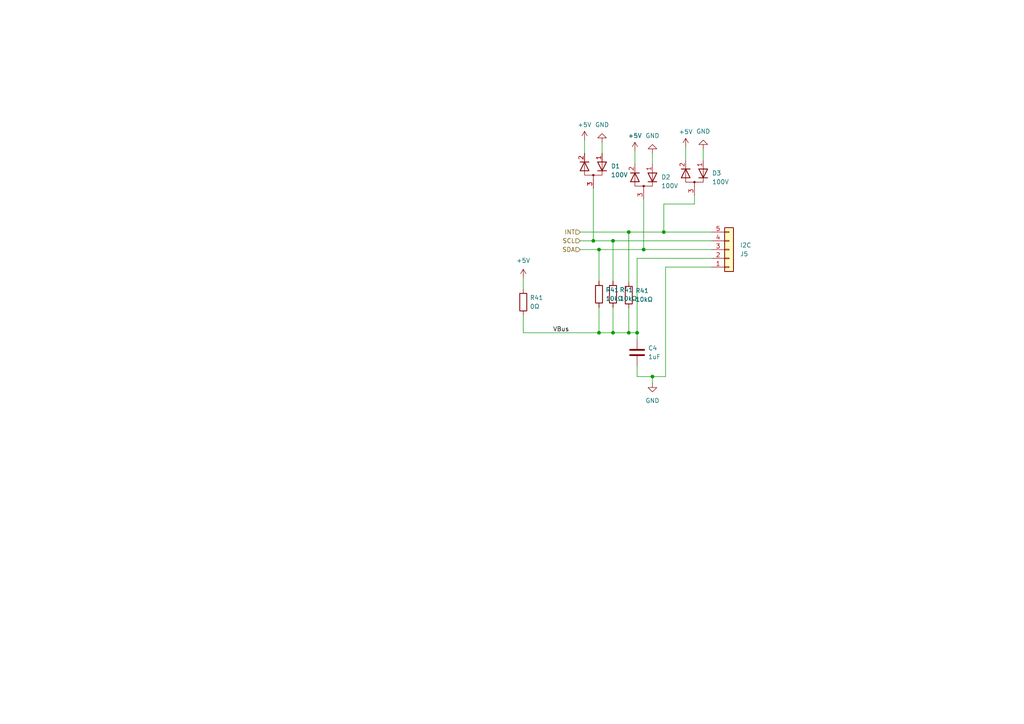
<source format=kicad_sch>
(kicad_sch (version 20230121) (generator eeschema)
  (paper "A4")
  (lib_symbols
    (symbol "Connector_Generic:Conn_01x05" (pin_names (offset 1.016) hide)
      (property "Reference" "J" (at 0 7.62 0))
      (property "Value" "Conn_01x05" (at 0 -7.62 0))
      (symbol "Conn_01x05_1_1"
        (rectangle (start -1.27 -4.953) (end 0 -5.207) (stroke (width 0.1524)))
        (rectangle (start -1.27 -2.413) (end 0 -2.667) (stroke (width 0.1524)))
        (rectangle (start -1.27 0.127) (end 0 -0.127) (stroke (width 0.1524)))
        (rectangle (start -1.27 2.667) (end 0 2.413) (stroke (width 0.1524)))
        (rectangle (start -1.27 5.207) (end 0 4.953) (stroke (width 0.1524)))
        (rectangle (start -1.27 6.35) (end 1.27 -6.35) (stroke (width 0.254)) (fill (type background)))
        (pin passive line (at -5.08 5.08 0) (length 3.81) (name "Pin_1") (number "1"))
        (pin passive line (at -5.08 2.54 0) (length 3.81) (name "Pin_2") (number "2"))
        (pin passive line (at -5.08 0 0) (length 3.81) (name "Pin_3") (number "3"))
        (pin passive line (at -5.08 -2.54 0) (length 3.81) (name "Pin_4") (number "4"))
        (pin passive line (at -5.08 -5.08 0) (length 3.81) (name "Pin_5") (number "5"))
      )
    )
    (symbol "Device:C" (pin_numbers hide) (pin_names (offset 0.254))
      (property "Reference" "C" (at 0.635 2.54 0))
      (property "Value" "C" (at 0.635 -2.54 0))
      (symbol "C_0_1"
        (polyline (pts (xy -2.032 -0.762) (xy 2.032 -0.762)) (stroke (width 0.508)))
        (polyline (pts (xy -2.032 0.762) (xy 2.032 0.762)) (stroke (width 0.508)))
      )
      (symbol "C_1_1"
        (pin passive line (at 0 3.81 270) (length 2.794) (name "~") (number "1"))
        (pin passive line (at 0 -3.81 90) (length 2.794) (name "~") (number "2"))
      )
    )
    (symbol "Device:D_Dual_Series_AKC_Parallel" (pin_names (offset 0.762) hide)
      (property "Reference" "D" (at 0 5.08 0))
      (property "Value" "D_Dual_Series_AKC_Parallel" (at 0 -5.08 0))
      (symbol "D_Dual_Series_AKC_Parallel_0_0"
        (polyline (pts (xy 0 -1.27) (xy 0 -3.81)) (stroke (width 0.254)))
        (polyline (pts (xy 2.54 3.81) (xy 2.54 1.27)) (stroke (width 0.254)))
      )
      (symbol "D_Dual_Series_AKC_Parallel_0_1"
        (circle (center -1.27 0) (radius 0.254) (fill (type outline)))
        (polyline (pts (xy -1.27 0) (xy -2.54 0)))
        (polyline (pts (xy 2.54 2.54) (xy -1.27 2.54) (xy -1.27 -2.54) (xy 2.54 -2.54)))
        (polyline (pts (xy 0 3.81) (xy 2.54 2.54) (xy 0 1.27) (xy 0 3.81) (xy 0 3.81) (xy 0 3.81)) (stroke (width 0.254)))
        (polyline (pts (xy 2.54 -1.27) (xy 0 -2.54) (xy 2.54 -3.81) (xy 2.54 -1.27) (xy 2.54 -1.27) (xy 2.54 -1.27)) (stroke (width 0.254)))
        (pin passive line (at 5.08 -2.54 180) (length 2.54) (name "K") (number "1"))
        (pin passive line (at 5.08 2.54 180) (length 2.54) (name "K") (number "2"))
        (pin passive line (at -5.08 0 0) (length 2.54) (name "A") (number "3"))
      )
    )
    (symbol "Device:R" (pin_numbers hide) (pin_names (offset 0))
      (property "Reference" "R" (at 2.032 0 90))
      (property "Value" "R" (at 0 0 90))
      (symbol "R_0_1"
        (rectangle (start -1.016 -2.54) (end 1.016 2.54) (stroke (width 0.254)))
      )
      (symbol "R_1_1"
        (pin passive line (at 0 3.81 270) (length 1.27) (name "~") (number "1"))
        (pin passive line (at 0 -3.81 90) (length 1.27) (name "~") (number "2"))
      )
    )
    (symbol "power:+5V" (power) (pin_names (offset 0))
      (property "Value" "+5V" (at 0 3.556 0))
      (symbol "+5V_0_1"
        (polyline (pts (xy -0.762 1.27) (xy 0 2.54)))
        (polyline (pts (xy 0 0) (xy 0 2.54)))
        (polyline (pts (xy 0 2.54) (xy 0.762 1.27)))
      )
      (symbol "+5V_1_1"
        (pin power_in line (at 0 0 90) (length 0) hide (name "+5V") (number "1"))
      )
    )
    (symbol "power:GND" (power) (pin_names (offset 0))
      (property "Value" "GND" (at 0 -3.81 0))
      (symbol "GND_0_1"
        (polyline (pts (xy 0 0) (xy 0 -1.27) (xy 1.27 -1.27) (xy 0 -2.54) (xy -1.27 -1.27) (xy 0 -1.27)))
      )
      (symbol "GND_1_1"
        (pin power_in line (at 0 0 270) (length 0) hide (name "GND") (number "1"))
      )
    )
  )
  (junction (at 173.736 96.52))
  (junction (at 177.8 69.85))
  (junction (at 172.085 69.85))
  (junction (at 184.785 96.52))
  (junction (at 182.372 96.52))
  (junction (at 189.23 109.22))
  (junction (at 186.69 72.39))
  (junction (at 173.736 72.39))
  (junction (at 192.532 67.31))
  (junction (at 182.372 67.31))
  (junction (at 177.8 96.52))
  (wire (pts (xy 172.085 69.85) (xy 177.8 69.85)))
  (wire (pts (xy 174.625 41.275) (xy 174.625 44.45)))
  (wire (pts (xy 177.8 89.154) (xy 177.8 96.52)))
  (wire (pts (xy 184.785 109.22) (xy 184.785 106.045)))
  (wire (pts (xy 168.275 69.85) (xy 172.085 69.85)))
  (wire (pts (xy 192.532 59.182) (xy 192.532 67.31)))
  (wire (pts (xy 177.8 69.85) (xy 206.375 69.85)))
  (wire (pts (xy 173.736 72.39) (xy 173.736 81.534)))
  (wire (pts (xy 189.23 109.22) (xy 184.785 109.22)))
  (wire (pts (xy 173.736 72.39) (xy 186.69 72.39)))
  (wire (pts (xy 206.375 72.39) (xy 186.69 72.39)))
  (wire (pts (xy 151.765 80.645) (xy 151.765 83.82)))
  (wire (pts (xy 203.962 43.18) (xy 203.962 46.482)))
  (wire (pts (xy 184.15 43.815) (xy 184.15 47.625)))
  (wire (pts (xy 201.422 59.182) (xy 192.532 59.182)))
  (wire (pts (xy 186.69 57.785) (xy 186.69 72.39)))
  (wire (pts (xy 184.785 96.52) (xy 184.785 98.425)))
  (wire (pts (xy 168.275 72.39) (xy 173.736 72.39)))
  (wire (pts (xy 189.23 109.22) (xy 189.23 111.125)))
  (wire (pts (xy 192.532 67.31) (xy 206.375 67.31)))
  (wire (pts (xy 168.275 67.31) (xy 182.372 67.31)))
  (wire (pts (xy 184.785 96.52) (xy 184.785 74.93)))
  (wire (pts (xy 193.04 77.47) (xy 193.04 109.22)))
  (wire (pts (xy 177.8 69.85) (xy 177.8 81.534)))
  (wire (pts (xy 182.372 67.31) (xy 182.372 81.788)))
  (wire (pts (xy 206.375 77.47) (xy 193.04 77.47)))
  (wire (pts (xy 182.372 96.52) (xy 184.785 96.52)))
  (wire (pts (xy 184.785 74.93) (xy 206.375 74.93)))
  (wire (pts (xy 201.422 56.642) (xy 201.422 59.182)))
  (wire (pts (xy 151.765 96.52) (xy 173.736 96.52)))
  (wire (pts (xy 172.085 69.85) (xy 172.085 54.61)))
  (wire (pts (xy 173.736 96.52) (xy 177.8 96.52)))
  (wire (pts (xy 193.04 109.22) (xy 189.23 109.22)))
  (wire (pts (xy 182.372 67.31) (xy 192.532 67.31)))
  (wire (pts (xy 173.736 89.154) (xy 173.736 96.52)))
  (wire (pts (xy 177.8 96.52) (xy 182.372 96.52)))
  (wire (pts (xy 169.545 40.64) (xy 169.545 44.45)))
  (wire (pts (xy 151.765 91.44) (xy 151.765 96.52)))
  (wire (pts (xy 189.23 44.45) (xy 189.23 47.625)))
  (wire (pts (xy 182.372 89.408) (xy 182.372 96.52)))
  (wire (pts (xy 198.882 42.672) (xy 198.882 46.482)))
  (label "VBus" (at 165.1 96.52 180))
  (hierarchical_label "SCL" (shape input) (at 168.275 69.85 180))
  (hierarchical_label "INT" (shape input) (at 168.275 67.31 180))
  (hierarchical_label "SDA" (shape input) (at 168.275 72.39 180))
  (symbol (lib_id "Device:D_Dual_Series_AKC_Parallel") (at 186.69 52.705 90) (unit 1)
    (property "Reference" "D2" (at 191.77 51.3715 90) (effects (justify right)))
    (property "Value" "100V" (at 191.77 53.9115 90) (effects (justify right)))
    (property "Footprint" "Package_TO_SOT_SMD:SOT-23-3" (effects hide))
    (instances (project "I2CMultiplexer" (path "" (reference "D2") (unit 1)) (path "" (reference "D5") (unit 1)) (path "" (reference "D8") (unit 1)) (path "" (reference "D11") (unit 1)) (path "" (reference "D14") (unit 1)) (path "" (reference "D17") (unit 1)) (path "" (reference "D20") (unit 1)) (path "" (reference "D23") (unit 1))))
  )
  (symbol (lib_id "Device:D_Dual_Series_AKC_Parallel") (at 172.085 49.53 90) (unit 1)
    (property "Reference" "D1" (at 177.165 48.1965 90) (effects (justify right)))
    (property "Value" "100V" (at 177.165 50.7365 90) (effects (justify right)))
    (property "Footprint" "Package_TO_SOT_SMD:SOT-23-3" (effects hide))
    (instances (project "I2CMultiplexer" (path "" (reference "D1") (unit 1)) (path "" (reference "D4") (unit 1)) (path "" (reference "D7") (unit 1)) (path "" (reference "D10") (unit 1)) (path "" (reference "D13") (unit 1)) (path "" (reference "D16") (unit 1)) (path "" (reference "D19") (unit 1)) (path "" (reference "D22") (unit 1))))
  )
  (symbol (lib_id "Device:R") (at 177.8 85.344 180) (unit 1)
    (property "Reference" "R41" (at 179.705 84.074 0) (effects (justify right)))
    (property "Value" "10kΩ" (at 179.705 86.614 0) (effects (justify right)))
    (property "Footprint" "Resistor_SMD:R_0805_2012Metric" (effects hide))
    (instances (project "I2CMultiplexer" (path "" (reference "R41") (unit 1)) (path "" (reference "R63") (unit 1)) (path "" (reference "R64") (unit 1)) (path "" (reference "R65") (unit 1)) (path "" (reference "R66") (unit 1)) (path "" (reference "R67") (unit 1)) (path "" (reference "R68") (unit 1)) (path "" (reference "R69") (unit 1)) (path "" (reference "R70") (unit 1))))
  )
  (symbol (lib_id "power:+5V") (at 198.882 42.672 0) (unit 1)
    (property "Reference" "#PWR029" (effects hide))
    (property "Value" "+5V" (at 198.882 38.227 0))
    (instances (project "I2CMultiplexer" (path "" (reference "#PWR029") (unit 1)) (path "" (reference "#PWR035") (unit 1)) (path "" (reference "#PWR038") (unit 1)) (path "" (reference "#PWR044") (unit 1)) (path "" (reference "#PWR047") (unit 1)) (path "" (reference "#PWR053") (unit 1)) (path "" (reference "#PWR056") (unit 1)) (path "" (reference "#PWR062") (unit 1))))
  )
  (symbol (lib_id "power:GND") (at 203.962 43.18 180) (unit 1)
    (property "Reference" "#PWR027" (effects hide))
    (property "Value" "GND" (at 203.962 38.1 0))
    (instances (project "I2CMultiplexer" (path "" (reference "#PWR027") (unit 1)) (path "" (reference "#PWR036") (unit 1)) (path "" (reference "#PWR045") (unit 1)) (path "" (reference "#PWR054") (unit 1)) (path "" (reference "#PWR063") (unit 1)) (path "" (reference "#PWR072") (unit 1)) (path "" (reference "#PWR081") (unit 1)) (path "" (reference "#PWR090") (unit 1))))
  )
  (symbol (lib_id "power:GND") (at 189.23 44.45 180) (unit 1)
    (property "Reference" "#PWR024" (effects hide))
    (property "Value" "GND" (at 189.23 39.37 0))
    (instances (project "I2CMultiplexer" (path "" (reference "#PWR024") (unit 1)) (path "" (reference "#PWR033") (unit 1)) (path "" (reference "#PWR042") (unit 1)) (path "" (reference "#PWR051") (unit 1)) (path "" (reference "#PWR060") (unit 1)) (path "" (reference "#PWR069") (unit 1)) (path "" (reference "#PWR078") (unit 1)) (path "" (reference "#PWR087") (unit 1))))
  )
  (symbol (lib_id "Device:D_Dual_Series_AKC_Parallel") (at 201.422 51.562 90) (unit 1)
    (property "Reference" "D3" (at 206.502 50.2285 90) (effects (justify right)))
    (property "Value" "100V" (at 206.502 52.7685 90) (effects (justify right)))
    (property "Footprint" "Package_TO_SOT_SMD:SOT-23-3" (effects hide))
    (instances (project "I2CMultiplexer" (path "" (reference "D3") (unit 1)) (path "" (reference "D6") (unit 1)) (path "" (reference "D9") (unit 1)) (path "" (reference "D12") (unit 1)) (path "" (reference "D15") (unit 1)) (path "" (reference "D18") (unit 1)) (path "" (reference "D21") (unit 1)) (path "" (reference "D24") (unit 1))))
  )
  (symbol (lib_id "power:+5V") (at 151.765 80.645 0) (unit 1)
    (property "Reference" "#PWR019" (effects hide))
    (property "Value" "+5V" (at 151.765 75.565 0))
    (instances (project "I2CMultiplexer" (path "" (reference "#PWR019") (unit 1)) (path "" (reference "#PWR028") (unit 1)) (path "" (reference "#PWR037") (unit 1)) (path "" (reference "#PWR046") (unit 1)) (path "" (reference "#PWR055") (unit 1)) (path "" (reference "#PWR064") (unit 1)) (path "" (reference "#PWR073") (unit 1)) (path "" (reference "#PWR082") (unit 1))))
  )
  (symbol (lib_id "Device:R") (at 182.372 85.598 180) (unit 1)
    (property "Reference" "R41" (at 184.277 84.328 0) (effects (justify right)))
    (property "Value" "10kΩ" (at 184.277 86.868 0) (effects (justify right)))
    (property "Footprint" "Resistor_SMD:R_0805_2012Metric" (effects hide))
    (instances (project "I2CMultiplexer" (path "" (reference "R41") (unit 1)) (path "" (reference "R13") (unit 1)) (path "" (reference "R17") (unit 1)) (path "" (reference "R21") (unit 1)) (path "" (reference "R25") (unit 1)) (path "" (reference "R29") (unit 1)) (path "" (reference "R33") (unit 1)) (path "" (reference "R37") (unit 1)) (path "" (reference "R41") (unit 1))))
  )
  (symbol (lib_id "Device:R") (at 151.765 87.63 180) (unit 1)
    (property "Reference" "R41" (at 153.67 86.36 0) (effects (justify right)))
    (property "Value" "0Ω" (at 153.67 88.9 0) (effects (justify right)))
    (property "Footprint" "Resistor_SMD:R_0805_2012Metric" (effects hide))
    (instances (project "I2CMultiplexer" (path "" (reference "R41") (unit 1)) (path "" (reference "R11") (unit 1)) (path "" (reference "R15") (unit 1)) (path "" (reference "R19") (unit 1)) (path "" (reference "R23") (unit 1)) (path "" (reference "R27") (unit 1)) (path "" (reference "R31") (unit 1)) (path "" (reference "R35") (unit 1)) (path "" (reference "R39") (unit 1))))
  )
  (symbol (lib_id "Device:R") (at 173.736 85.344 180) (unit 1)
    (property "Reference" "R41" (at 175.641 84.074 0) (effects (justify right)))
    (property "Value" "10kΩ" (at 175.641 86.614 0) (effects (justify right)))
    (property "Footprint" "Resistor_SMD:R_0805_2012Metric" (effects hide))
    (instances (project "I2CMultiplexer" (path "" (reference "R41") (unit 1)) (path "" (reference "R71") (unit 1)) (path "" (reference "R72") (unit 1)) (path "" (reference "R73") (unit 1)) (path "" (reference "R74") (unit 1)) (path "" (reference "R75") (unit 1)) (path "" (reference "R76") (unit 1)) (path "" (reference "R77") (unit 1)) (path "" (reference "R78") (unit 1))))
  )
  (symbol (lib_id "power:GND") (at 189.23 111.125 0) (unit 1)
    (property "Reference" "#PWR025" (effects hide))
    (property "Value" "GND" (at 189.23 116.205 0))
    (instances (project "I2CMultiplexer" (path "" (reference "#PWR025") (unit 1)) (path "" (reference "#PWR034") (unit 1)) (path "" (reference "#PWR043") (unit 1)) (path "" (reference "#PWR052") (unit 1)) (path "" (reference "#PWR061") (unit 1)) (path "" (reference "#PWR070") (unit 1)) (path "" (reference "#PWR079") (unit 1)) (path "" (reference "#PWR088") (unit 1))))
  )
  (symbol (lib_id "Device:C") (at 184.785 102.235 0) (unit 1)
    (property "Reference" "C4" (at 187.96 100.965 0) (effects (justify left)))
    (property "Value" "1uF" (at 187.96 103.505 0) (effects (justify left)))
    (property "Footprint" "Capacitor_SMD:C_0805_2012Metric" (effects hide))
    (instances (project "I2CMultiplexer" (path "" (reference "C4") (unit 1)) (path "" (reference "C5") (unit 1)) (path "" (reference "C6") (unit 1)) (path "" (reference "C7") (unit 1)) (path "" (reference "C8") (unit 1)) (path "" (reference "C9") (unit 1)) (path "" (reference "C10") (unit 1)) (path "" (reference "C11") (unit 1))))
  )
  (symbol (lib_id "power:+5V") (at 184.15 43.815 0) (unit 1)
    (property "Reference" "#PWR023" (effects hide))
    (property "Value" "+5V" (at 184.15 39.37 0))
    (instances (project "I2CMultiplexer" (path "" (reference "#PWR023") (unit 1)) (path "" (reference "#PWR032") (unit 1)) (path "" (reference "#PWR041") (unit 1)) (path "" (reference "#PWR050") (unit 1)) (path "" (reference "#PWR059") (unit 1)) (path "" (reference "#PWR068") (unit 1)) (path "" (reference "#PWR077") (unit 1)) (path "" (reference "#PWR086") (unit 1))))
  )
  (symbol (lib_id "Connector_Generic:Conn_01x05") (at 211.455 72.39 0) (mirror x) (unit 1)
    (property "Reference" "J5" (at 214.63 73.66 0) (effects (justify left)))
    (property "Value" "I2C" (at 214.63 71.12 0) (effects (justify left)))
    (property "Footprint" "Connector_PinHeader_2.54mm:PinHeader_1x05_P2.54mm_Vertical" (effects hide))
    (instances (project "I2CMultiplexer" (path "" (reference "J5") (unit 1)) (path "" (reference "J6") (unit 1)) (path "" (reference "J7") (unit 1)) (path "" (reference "J8") (unit 1)) (path "" (reference "J9") (unit 1)) (path "" (reference "J10") (unit 1)) (path "" (reference "J11") (unit 1)) (path "" (reference "J12") (unit 1))))
  )
  (symbol (lib_id "power:GND") (at 174.625 41.275 180) (unit 1)
    (property "Reference" "#PWR022" (effects hide))
    (property "Value" "GND" (at 174.625 36.195 0))
    (instances (project "I2CMultiplexer" (path "" (reference "#PWR022") (unit 1)) (path "" (reference "#PWR031") (unit 1)) (path "" (reference "#PWR040") (unit 1)) (path "" (reference "#PWR049") (unit 1)) (path "" (reference "#PWR058") (unit 1)) (path "" (reference "#PWR067") (unit 1)) (path "" (reference "#PWR076") (unit 1)) (path "" (reference "#PWR085") (unit 1))))
  )
  (symbol (lib_id "power:+5V") (at 169.545 40.64 0) (unit 1)
    (property "Reference" "#PWR021" (effects hide))
    (property "Value" "+5V" (at 169.545 36.195 0))
    (instances (project "I2CMultiplexer" (path "" (reference "#PWR021") (unit 1)) (path "" (reference "#PWR030") (unit 1)) (path "" (reference "#PWR039") (unit 1)) (path "" (reference "#PWR048") (unit 1)) (path "" (reference "#PWR057") (unit 1)) (path "" (reference "#PWR066") (unit 1)) (path "" (reference "#PWR075") (unit 1)) (path "" (reference "#PWR084") (unit 1))))
  )
)
</source>
